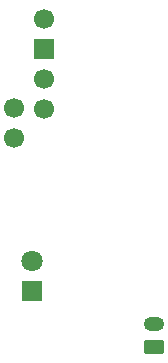
<source format=gbr>
%TF.GenerationSoftware,KiCad,Pcbnew,9.0.5*%
%TF.CreationDate,2025-10-29T13:39:03+01:00*%
%TF.ProjectId,GB_DMG_PSU,47425f44-4d47-45f5-9053-552e6b696361,rev?*%
%TF.SameCoordinates,Original*%
%TF.FileFunction,Soldermask,Bot*%
%TF.FilePolarity,Negative*%
%FSLAX46Y46*%
G04 Gerber Fmt 4.6, Leading zero omitted, Abs format (unit mm)*
G04 Created by KiCad (PCBNEW 9.0.5) date 2025-10-29 13:39:03*
%MOMM*%
%LPD*%
G01*
G04 APERTURE LIST*
G04 Aperture macros list*
%AMRoundRect*
0 Rectangle with rounded corners*
0 $1 Rounding radius*
0 $2 $3 $4 $5 $6 $7 $8 $9 X,Y pos of 4 corners*
0 Add a 4 corners polygon primitive as box body*
4,1,4,$2,$3,$4,$5,$6,$7,$8,$9,$2,$3,0*
0 Add four circle primitives for the rounded corners*
1,1,$1+$1,$2,$3*
1,1,$1+$1,$4,$5*
1,1,$1+$1,$6,$7*
1,1,$1+$1,$8,$9*
0 Add four rect primitives between the rounded corners*
20,1,$1+$1,$2,$3,$4,$5,0*
20,1,$1+$1,$4,$5,$6,$7,0*
20,1,$1+$1,$6,$7,$8,$9,0*
20,1,$1+$1,$8,$9,$2,$3,0*%
G04 Aperture macros list end*
%ADD10C,1.700000*%
%ADD11R,1.700000X1.700000*%
%ADD12R,1.800000X1.800000*%
%ADD13C,1.800000*%
%ADD14RoundRect,0.250000X0.625000X-0.350000X0.625000X0.350000X-0.625000X0.350000X-0.625000X-0.350000X0*%
%ADD15O,1.750000X1.200000*%
G04 APERTURE END LIST*
D10*
%TO.C,J4*%
X70750000Y-37250000D03*
%TD*%
%TO.C,J2*%
X73250000Y-34810000D03*
X73250000Y-32270000D03*
D11*
X73250000Y-29730000D03*
D10*
X73250000Y-27190000D03*
%TD*%
D12*
%TO.C,D2*%
X72250000Y-50270000D03*
D13*
X72250000Y-47730000D03*
%TD*%
D10*
%TO.C,J1*%
X70750000Y-34750000D03*
%TD*%
D14*
%TO.C,J3*%
X82600000Y-55000000D03*
D15*
X82600000Y-53000000D03*
%TD*%
M02*

</source>
